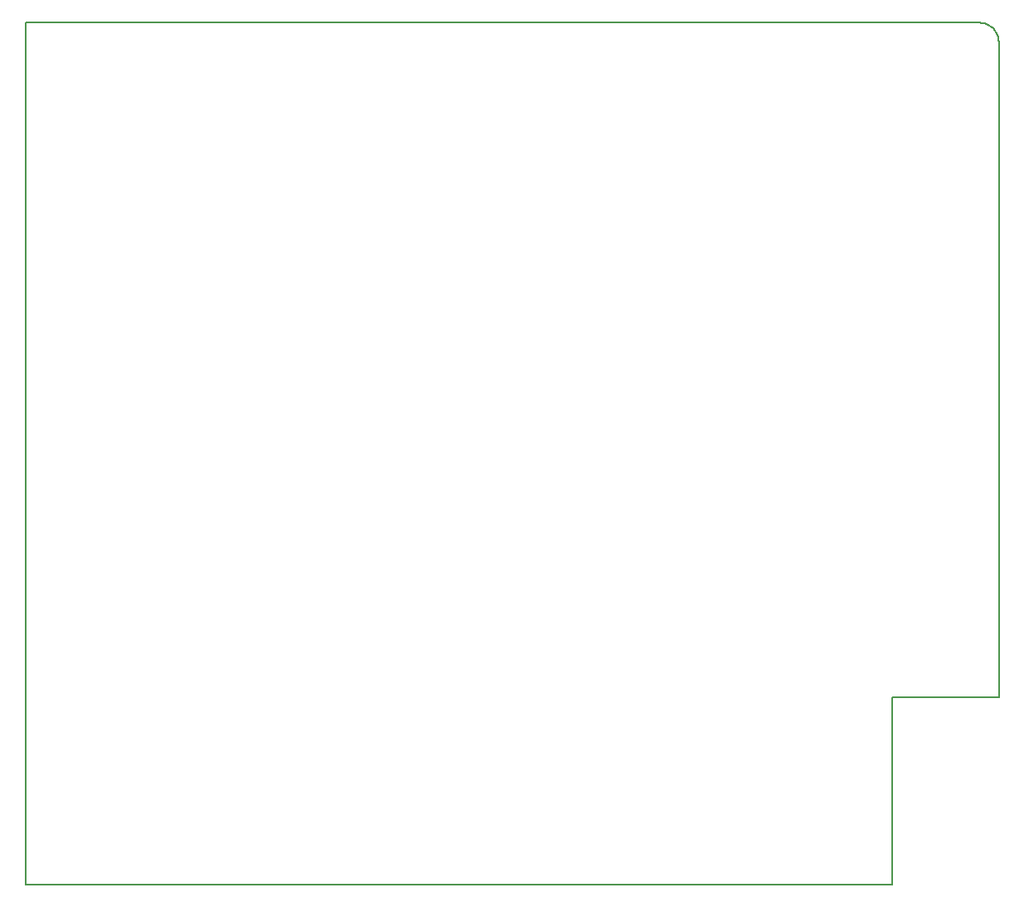
<source format=gko>
G75*
G70*
%OFA0B0*%
%FSLAX25Y25*%
%IPPOS*%
%LPD*%
%AMOC8*
5,1,8,0,0,1.08239X$1,22.5*
%
%ADD65C,0.00787*%
X0000000Y0000000D02*
G01*
G75*
D65*
X0391339Y0338583D02*
X0391271Y0339610D01*
X0391070Y0340621D01*
X0390739Y0341596D01*
X0390284Y0342520D01*
X0389711Y0343376D01*
X0389032Y0344150D01*
X0388258Y0344830D01*
X0387402Y0345402D01*
X0386478Y0345857D01*
X0385503Y0346188D01*
X0384492Y0346389D01*
X0383465Y0346457D01*
X0000000Y0000000D02*
X0348622Y0000000D01*
X0348622Y0000098D02*
X0348622Y0075295D01*
X0391339Y0075295D01*
X0000000Y0000000D02*
X0000000Y0346457D01*
X0348622Y0346457D01*
X0383465Y0346457D01*
X0391339Y0075295D02*
X0391339Y0338583D01*
X0087382Y0140157D02*
G01*
G75*
X0087795Y0082283D02*
G01*
G75*
X0209843Y0078150D02*
G01*
G75*
X0123425Y0287992D02*
G01*
G75*
X0283071Y0255906D02*
G01*
G75*
X0279724Y0086280D02*
G01*
G75*
X0077461Y0288583D02*
G01*
G75*
X0275394Y0255217D02*
G01*
G75*
X0052362Y0238189D02*
G01*
G75*
M02*

</source>
